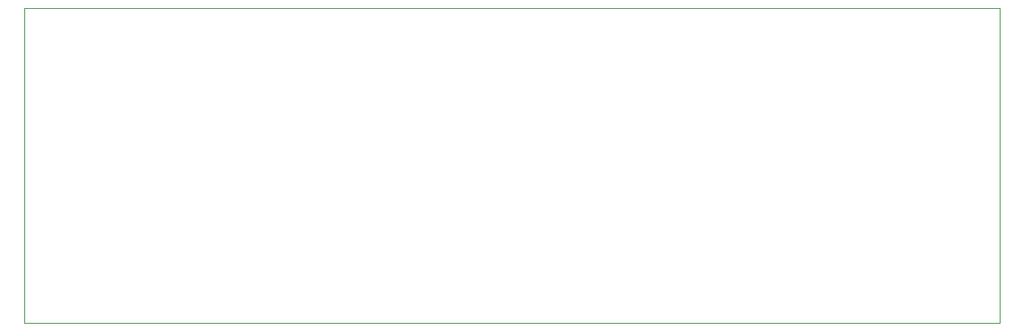
<source format=gbr>
G04 #@! TF.GenerationSoftware,KiCad,Pcbnew,5.1.5+dfsg1-2build2*
G04 #@! TF.CreationDate,2021-08-20T20:11:23+12:00*
G04 #@! TF.ProjectId,15vDualRailAC-DC,31357644-7561-46c5-9261-696c41432d44,rev?*
G04 #@! TF.SameCoordinates,Original*
G04 #@! TF.FileFunction,Profile,NP*
%FSLAX46Y46*%
G04 Gerber Fmt 4.6, Leading zero omitted, Abs format (unit mm)*
G04 Created by KiCad (PCBNEW 5.1.5+dfsg1-2build2) date 2021-08-20 20:11:23*
%MOMM*%
%LPD*%
G04 APERTURE LIST*
%ADD10C,0.050000*%
G04 APERTURE END LIST*
D10*
X88000000Y-91500000D02*
X190000000Y-91500000D01*
X88000000Y-58500000D02*
X88000000Y-91500000D01*
X190000000Y-58500000D02*
X88000000Y-58500000D01*
X190000000Y-91500000D02*
X190000000Y-58500000D01*
M02*

</source>
